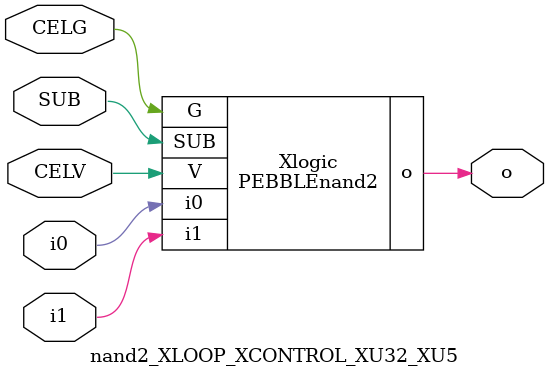
<source format=v>



module PEBBLEnand2 ( o, G, SUB, V, i0, i1 );

  input i0;
  input V;
  input i1;
  input G;
  output o;
  input SUB;
endmodule

//Celera Confidential Do Not Copy nand2_XLOOP_XCONTROL_XU32_XU5
//Celera Confidential Symbol Generator
//5V NAND2
module nand2_XLOOP_XCONTROL_XU32_XU5 (CELV,CELG,i0,i1,o,SUB);
input CELV;
input CELG;
input i0;
input i1;
input SUB;
output o;

//Celera Confidential Do Not Copy nand2
PEBBLEnand2 Xlogic(
.V (CELV),
.i0 (i0),
.i1 (i1),
.o (o),
.SUB (SUB),
.G (CELG)
);
//,diesize,PEBBLEnand2

//Celera Confidential Do Not Copy Module End
//Celera Schematic Generator
endmodule

</source>
